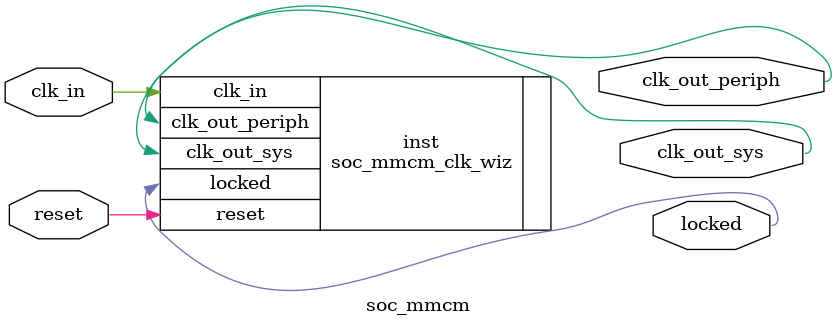
<source format=v>


`timescale 1ps/1ps

(* CORE_GENERATION_INFO = "soc_mmcm,clk_wiz_v6_0_4_0_0,{component_name=soc_mmcm,use_phase_alignment=true,use_min_o_jitter=false,use_max_i_jitter=false,use_dyn_phase_shift=false,use_inclk_switchover=false,use_dyn_reconfig=false,enable_axi=0,feedback_source=FDBK_AUTO,PRIMITIVE=MMCM,num_out_clk=2,clkin1_period=20.000,clkin2_period=10.0,use_power_down=false,use_reset=true,use_locked=true,use_inclk_stopped=false,feedback_type=SINGLE,CLOCK_MGR_TYPE=NA,manual_override=false}" *)

module soc_mmcm 
 (
  // Clock out ports
  output        clk_out_sys,
  output        clk_out_periph,
  // Status and control signals
  input         reset,
  output        locked,
 // Clock in ports
  input         clk_in
 );

  soc_mmcm_clk_wiz inst
  (
  // Clock out ports  
  .clk_out_sys(clk_out_sys),
  .clk_out_periph(clk_out_periph),
  // Status and control signals               
  .reset(reset), 
  .locked(locked),
 // Clock in ports
  .clk_in(clk_in)
  );

endmodule

</source>
